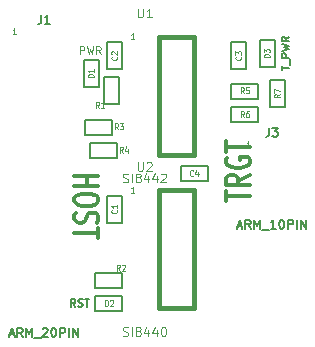
<source format=gto>
G04 (created by PCBNEW-RS274X (2012-01-19 BZR 3256)-stable) date 2/27/2013 5:01:56 PM*
G01*
G70*
G90*
%MOIN*%
G04 Gerber Fmt 3.4, Leading zero omitted, Abs format*
%FSLAX34Y34*%
G04 APERTURE LIST*
%ADD10C,0.006000*%
%ADD11C,0.006400*%
%ADD12C,0.012000*%
%ADD13C,0.004900*%
%ADD14C,0.015000*%
%ADD15C,0.005000*%
%ADD16C,0.004500*%
%ADD17C,0.007400*%
G04 APERTURE END LIST*
G54D10*
G54D11*
X49848Y-28447D02*
X49848Y-28300D01*
X50104Y-28373D02*
X49848Y-28373D01*
X50128Y-28276D02*
X50128Y-28081D01*
X50104Y-28020D02*
X49848Y-28020D01*
X49848Y-27923D01*
X49860Y-27898D01*
X49872Y-27886D01*
X49896Y-27874D01*
X49933Y-27874D01*
X49957Y-27886D01*
X49970Y-27898D01*
X49982Y-27923D01*
X49982Y-28020D01*
X49848Y-27788D02*
X50104Y-27727D01*
X49921Y-27679D01*
X50104Y-27630D01*
X49848Y-27569D01*
X50104Y-27325D02*
X49982Y-27410D01*
X50104Y-27471D02*
X49848Y-27471D01*
X49848Y-27374D01*
X49860Y-27349D01*
X49872Y-27337D01*
X49896Y-27325D01*
X49933Y-27325D01*
X49957Y-27337D01*
X49970Y-27349D01*
X49982Y-27374D01*
X49982Y-27471D01*
G54D12*
X47989Y-32811D02*
X47989Y-32468D01*
X48789Y-32639D02*
X47989Y-32639D01*
X48789Y-31925D02*
X48408Y-32125D01*
X48789Y-32268D02*
X47989Y-32268D01*
X47989Y-32040D01*
X48027Y-31982D01*
X48065Y-31954D01*
X48141Y-31925D01*
X48255Y-31925D01*
X48332Y-31954D01*
X48370Y-31982D01*
X48408Y-32040D01*
X48408Y-32268D01*
X48027Y-31354D02*
X47989Y-31411D01*
X47989Y-31497D01*
X48027Y-31582D01*
X48103Y-31640D01*
X48179Y-31668D01*
X48332Y-31697D01*
X48446Y-31697D01*
X48598Y-31668D01*
X48675Y-31640D01*
X48751Y-31582D01*
X48789Y-31497D01*
X48789Y-31440D01*
X48751Y-31354D01*
X48713Y-31325D01*
X48446Y-31325D01*
X48446Y-31440D01*
X47989Y-31154D02*
X47989Y-30811D01*
X48789Y-30982D02*
X47989Y-30982D01*
X42944Y-31953D02*
X43744Y-31953D01*
X43363Y-31953D02*
X43363Y-32296D01*
X42944Y-32296D02*
X43744Y-32296D01*
X43744Y-32696D02*
X43744Y-32810D01*
X43706Y-32868D01*
X43630Y-32925D01*
X43478Y-32953D01*
X43211Y-32953D01*
X43058Y-32925D01*
X42982Y-32868D01*
X42944Y-32810D01*
X42944Y-32696D01*
X42982Y-32639D01*
X43058Y-32582D01*
X43211Y-32553D01*
X43478Y-32553D01*
X43630Y-32582D01*
X43706Y-32639D01*
X43744Y-32696D01*
X42982Y-33182D02*
X42944Y-33268D01*
X42944Y-33411D01*
X42982Y-33468D01*
X43020Y-33497D01*
X43097Y-33525D01*
X43173Y-33525D01*
X43249Y-33497D01*
X43287Y-33468D01*
X43325Y-33411D01*
X43363Y-33297D01*
X43401Y-33239D01*
X43439Y-33211D01*
X43516Y-33182D01*
X43592Y-33182D01*
X43668Y-33211D01*
X43706Y-33239D01*
X43744Y-33297D01*
X43744Y-33439D01*
X43706Y-33525D01*
X43744Y-33696D02*
X43744Y-34039D01*
X42944Y-33868D02*
X43744Y-33868D01*
G54D11*
X42970Y-36324D02*
X42885Y-36202D01*
X42824Y-36324D02*
X42824Y-36068D01*
X42921Y-36068D01*
X42946Y-36080D01*
X42958Y-36092D01*
X42970Y-36116D01*
X42970Y-36153D01*
X42958Y-36177D01*
X42946Y-36190D01*
X42921Y-36202D01*
X42824Y-36202D01*
X43068Y-36311D02*
X43104Y-36324D01*
X43165Y-36324D01*
X43190Y-36311D01*
X43202Y-36299D01*
X43214Y-36275D01*
X43214Y-36250D01*
X43202Y-36226D01*
X43190Y-36214D01*
X43165Y-36202D01*
X43117Y-36190D01*
X43092Y-36177D01*
X43080Y-36165D01*
X43068Y-36141D01*
X43068Y-36116D01*
X43080Y-36092D01*
X43092Y-36080D01*
X43117Y-36068D01*
X43177Y-36068D01*
X43214Y-36080D01*
X43287Y-36068D02*
X43434Y-36068D01*
X43361Y-36324D02*
X43361Y-36068D01*
G54D13*
X43124Y-27899D02*
X43124Y-27643D01*
X43221Y-27643D01*
X43246Y-27655D01*
X43258Y-27667D01*
X43270Y-27691D01*
X43270Y-27728D01*
X43258Y-27752D01*
X43246Y-27765D01*
X43221Y-27777D01*
X43124Y-27777D01*
X43356Y-27643D02*
X43417Y-27899D01*
X43465Y-27716D01*
X43514Y-27899D01*
X43575Y-27643D01*
X43819Y-27899D02*
X43734Y-27777D01*
X43673Y-27899D02*
X43673Y-27643D01*
X43770Y-27643D01*
X43795Y-27655D01*
X43807Y-27667D01*
X43819Y-27691D01*
X43819Y-27728D01*
X43807Y-27752D01*
X43795Y-27765D01*
X43770Y-27777D01*
X43673Y-27777D01*
G54D14*
X45748Y-32441D02*
X46930Y-32441D01*
X46930Y-32441D02*
X46930Y-36378D01*
X46930Y-36378D02*
X45748Y-36378D01*
X45748Y-36378D02*
X45748Y-32441D01*
X45748Y-27323D02*
X46930Y-27323D01*
X46930Y-27323D02*
X46930Y-31260D01*
X46930Y-31260D02*
X45748Y-31260D01*
X45748Y-31260D02*
X45748Y-27323D01*
G54D15*
X43943Y-29564D02*
X43943Y-28664D01*
X43943Y-28664D02*
X44443Y-28664D01*
X44443Y-28664D02*
X44443Y-29564D01*
X44443Y-29564D02*
X43943Y-29564D01*
X44544Y-35683D02*
X43644Y-35683D01*
X43644Y-35683D02*
X43644Y-35183D01*
X43644Y-35183D02*
X44544Y-35183D01*
X44544Y-35183D02*
X44544Y-35683D01*
X44190Y-30585D02*
X43290Y-30585D01*
X43290Y-30585D02*
X43290Y-30085D01*
X43290Y-30085D02*
X44190Y-30085D01*
X44190Y-30085D02*
X44190Y-30585D01*
X44348Y-31353D02*
X43448Y-31353D01*
X43448Y-31353D02*
X43448Y-30853D01*
X43448Y-30853D02*
X44348Y-30853D01*
X44348Y-30853D02*
X44348Y-31353D01*
X49072Y-29384D02*
X48172Y-29384D01*
X48172Y-29384D02*
X48172Y-28884D01*
X48172Y-28884D02*
X49072Y-28884D01*
X49072Y-28884D02*
X49072Y-29384D01*
X49072Y-30171D02*
X48172Y-30171D01*
X48172Y-30171D02*
X48172Y-29671D01*
X48172Y-29671D02*
X49072Y-29671D01*
X49072Y-29671D02*
X49072Y-30171D01*
X49974Y-28763D02*
X49974Y-29663D01*
X49974Y-29663D02*
X49474Y-29663D01*
X49474Y-29663D02*
X49474Y-28763D01*
X49474Y-28763D02*
X49974Y-28763D01*
X44541Y-32621D02*
X44541Y-33521D01*
X44541Y-33521D02*
X44041Y-33521D01*
X44041Y-33521D02*
X44041Y-32621D01*
X44041Y-32621D02*
X44541Y-32621D01*
X44541Y-27503D02*
X44541Y-28403D01*
X44541Y-28403D02*
X44041Y-28403D01*
X44041Y-28403D02*
X44041Y-27503D01*
X44041Y-27503D02*
X44541Y-27503D01*
X48675Y-27503D02*
X48675Y-28403D01*
X48675Y-28403D02*
X48175Y-28403D01*
X48175Y-28403D02*
X48175Y-27503D01*
X48175Y-27503D02*
X48675Y-27503D01*
X46479Y-31640D02*
X47379Y-31640D01*
X47379Y-31640D02*
X47379Y-32140D01*
X47379Y-32140D02*
X46479Y-32140D01*
X46479Y-32140D02*
X46479Y-31640D01*
X43754Y-28093D02*
X43754Y-28993D01*
X43754Y-28993D02*
X43254Y-28993D01*
X43254Y-28993D02*
X43254Y-28093D01*
X43254Y-28093D02*
X43754Y-28093D01*
X43644Y-35970D02*
X44544Y-35970D01*
X44544Y-35970D02*
X44544Y-36470D01*
X44544Y-36470D02*
X43644Y-36470D01*
X43644Y-36470D02*
X43644Y-35970D01*
X49620Y-27424D02*
X49620Y-28324D01*
X49620Y-28324D02*
X49120Y-28324D01*
X49120Y-28324D02*
X49120Y-27424D01*
X49120Y-27424D02*
X49620Y-27424D01*
G54D13*
X45051Y-31501D02*
X45051Y-31740D01*
X45065Y-31768D01*
X45079Y-31782D01*
X45107Y-31796D01*
X45164Y-31796D01*
X45192Y-31782D01*
X45206Y-31768D01*
X45220Y-31740D01*
X45220Y-31501D01*
X45346Y-31529D02*
X45360Y-31515D01*
X45388Y-31501D01*
X45459Y-31501D01*
X45487Y-31515D01*
X45501Y-31529D01*
X45515Y-31557D01*
X45515Y-31585D01*
X45501Y-31627D01*
X45332Y-31796D01*
X45515Y-31796D01*
X44560Y-37282D02*
X44602Y-37296D01*
X44673Y-37296D01*
X44701Y-37282D01*
X44715Y-37268D01*
X44729Y-37240D01*
X44729Y-37212D01*
X44715Y-37184D01*
X44701Y-37169D01*
X44673Y-37155D01*
X44616Y-37141D01*
X44588Y-37127D01*
X44574Y-37113D01*
X44560Y-37085D01*
X44560Y-37057D01*
X44574Y-37029D01*
X44588Y-37015D01*
X44616Y-37001D01*
X44687Y-37001D01*
X44729Y-37015D01*
X44855Y-37296D02*
X44855Y-37001D01*
X45037Y-37127D02*
X45009Y-37113D01*
X44995Y-37099D01*
X44981Y-37071D01*
X44981Y-37057D01*
X44995Y-37029D01*
X45009Y-37015D01*
X45037Y-37001D01*
X45094Y-37001D01*
X45122Y-37015D01*
X45136Y-37029D01*
X45150Y-37057D01*
X45150Y-37071D01*
X45136Y-37099D01*
X45122Y-37113D01*
X45094Y-37127D01*
X45037Y-37127D01*
X45009Y-37141D01*
X44995Y-37155D01*
X44981Y-37184D01*
X44981Y-37240D01*
X44995Y-37268D01*
X45009Y-37282D01*
X45037Y-37296D01*
X45094Y-37296D01*
X45122Y-37282D01*
X45136Y-37268D01*
X45150Y-37240D01*
X45150Y-37184D01*
X45136Y-37155D01*
X45122Y-37141D01*
X45094Y-37127D01*
X45403Y-37099D02*
X45403Y-37296D01*
X45332Y-36987D02*
X45262Y-37198D01*
X45445Y-37198D01*
X45684Y-37099D02*
X45684Y-37296D01*
X45613Y-36987D02*
X45543Y-37198D01*
X45726Y-37198D01*
X45894Y-37001D02*
X45923Y-37001D01*
X45951Y-37015D01*
X45965Y-37029D01*
X45979Y-37057D01*
X45993Y-37113D01*
X45993Y-37184D01*
X45979Y-37240D01*
X45965Y-37268D01*
X45951Y-37282D01*
X45923Y-37296D01*
X45894Y-37296D01*
X45866Y-37282D01*
X45852Y-37268D01*
X45838Y-37240D01*
X45824Y-37184D01*
X45824Y-37113D01*
X45838Y-37057D01*
X45852Y-37029D01*
X45866Y-37015D01*
X45894Y-37001D01*
X44938Y-32520D02*
X44826Y-32520D01*
X44882Y-32520D02*
X44882Y-32323D01*
X44863Y-32351D01*
X44844Y-32370D01*
X44826Y-32380D01*
X45051Y-26383D02*
X45051Y-26622D01*
X45065Y-26650D01*
X45079Y-26664D01*
X45107Y-26678D01*
X45164Y-26678D01*
X45192Y-26664D01*
X45206Y-26650D01*
X45220Y-26622D01*
X45220Y-26383D01*
X45515Y-26678D02*
X45346Y-26678D01*
X45430Y-26678D02*
X45430Y-26383D01*
X45402Y-26425D01*
X45374Y-26453D01*
X45346Y-26467D01*
X44560Y-32164D02*
X44602Y-32178D01*
X44673Y-32178D01*
X44701Y-32164D01*
X44715Y-32150D01*
X44729Y-32122D01*
X44729Y-32094D01*
X44715Y-32066D01*
X44701Y-32051D01*
X44673Y-32037D01*
X44616Y-32023D01*
X44588Y-32009D01*
X44574Y-31995D01*
X44560Y-31967D01*
X44560Y-31939D01*
X44574Y-31911D01*
X44588Y-31897D01*
X44616Y-31883D01*
X44687Y-31883D01*
X44729Y-31897D01*
X44855Y-32178D02*
X44855Y-31883D01*
X45037Y-32009D02*
X45009Y-31995D01*
X44995Y-31981D01*
X44981Y-31953D01*
X44981Y-31939D01*
X44995Y-31911D01*
X45009Y-31897D01*
X45037Y-31883D01*
X45094Y-31883D01*
X45122Y-31897D01*
X45136Y-31911D01*
X45150Y-31939D01*
X45150Y-31953D01*
X45136Y-31981D01*
X45122Y-31995D01*
X45094Y-32009D01*
X45037Y-32009D01*
X45009Y-32023D01*
X44995Y-32037D01*
X44981Y-32066D01*
X44981Y-32122D01*
X44995Y-32150D01*
X45009Y-32164D01*
X45037Y-32178D01*
X45094Y-32178D01*
X45122Y-32164D01*
X45136Y-32150D01*
X45150Y-32122D01*
X45150Y-32066D01*
X45136Y-32037D01*
X45122Y-32023D01*
X45094Y-32009D01*
X45403Y-31981D02*
X45403Y-32178D01*
X45332Y-31869D02*
X45262Y-32080D01*
X45445Y-32080D01*
X45684Y-31981D02*
X45684Y-32178D01*
X45613Y-31869D02*
X45543Y-32080D01*
X45726Y-32080D01*
X45824Y-31911D02*
X45838Y-31897D01*
X45866Y-31883D01*
X45937Y-31883D01*
X45965Y-31897D01*
X45979Y-31911D01*
X45993Y-31939D01*
X45993Y-31967D01*
X45979Y-32009D01*
X45810Y-32178D01*
X45993Y-32178D01*
X44938Y-27402D02*
X44826Y-27402D01*
X44882Y-27402D02*
X44882Y-27205D01*
X44863Y-27233D01*
X44844Y-27252D01*
X44826Y-27262D01*
G54D16*
X43771Y-29687D02*
X43711Y-29592D01*
X43668Y-29687D02*
X43668Y-29487D01*
X43736Y-29487D01*
X43754Y-29496D01*
X43762Y-29506D01*
X43771Y-29525D01*
X43771Y-29554D01*
X43762Y-29573D01*
X43754Y-29582D01*
X43736Y-29592D01*
X43668Y-29592D01*
X43942Y-29687D02*
X43839Y-29687D01*
X43891Y-29687D02*
X43891Y-29487D01*
X43874Y-29516D01*
X43856Y-29535D01*
X43839Y-29544D01*
X44459Y-35120D02*
X44399Y-35025D01*
X44356Y-35120D02*
X44356Y-34920D01*
X44424Y-34920D01*
X44442Y-34929D01*
X44450Y-34939D01*
X44459Y-34958D01*
X44459Y-34987D01*
X44450Y-35006D01*
X44442Y-35015D01*
X44424Y-35025D01*
X44356Y-35025D01*
X44527Y-34939D02*
X44536Y-34929D01*
X44553Y-34920D01*
X44596Y-34920D01*
X44613Y-34929D01*
X44622Y-34939D01*
X44630Y-34958D01*
X44630Y-34977D01*
X44622Y-35006D01*
X44519Y-35120D01*
X44630Y-35120D01*
X44400Y-30415D02*
X44340Y-30320D01*
X44297Y-30415D02*
X44297Y-30215D01*
X44365Y-30215D01*
X44383Y-30224D01*
X44391Y-30234D01*
X44400Y-30253D01*
X44400Y-30282D01*
X44391Y-30301D01*
X44383Y-30310D01*
X44365Y-30320D01*
X44297Y-30320D01*
X44460Y-30215D02*
X44571Y-30215D01*
X44511Y-30291D01*
X44537Y-30291D01*
X44554Y-30301D01*
X44563Y-30310D01*
X44571Y-30329D01*
X44571Y-30377D01*
X44563Y-30396D01*
X44554Y-30405D01*
X44537Y-30415D01*
X44485Y-30415D01*
X44468Y-30405D01*
X44460Y-30396D01*
X44558Y-31183D02*
X44498Y-31088D01*
X44455Y-31183D02*
X44455Y-30983D01*
X44523Y-30983D01*
X44541Y-30992D01*
X44549Y-31002D01*
X44558Y-31021D01*
X44558Y-31050D01*
X44549Y-31069D01*
X44541Y-31078D01*
X44523Y-31088D01*
X44455Y-31088D01*
X44712Y-31050D02*
X44712Y-31183D01*
X44669Y-30973D02*
X44626Y-31116D01*
X44738Y-31116D01*
X48593Y-29215D02*
X48533Y-29120D01*
X48490Y-29215D02*
X48490Y-29015D01*
X48558Y-29015D01*
X48576Y-29024D01*
X48584Y-29034D01*
X48593Y-29053D01*
X48593Y-29082D01*
X48584Y-29101D01*
X48576Y-29110D01*
X48558Y-29120D01*
X48490Y-29120D01*
X48756Y-29015D02*
X48670Y-29015D01*
X48661Y-29110D01*
X48670Y-29101D01*
X48687Y-29091D01*
X48730Y-29091D01*
X48747Y-29101D01*
X48756Y-29110D01*
X48764Y-29129D01*
X48764Y-29177D01*
X48756Y-29196D01*
X48747Y-29205D01*
X48730Y-29215D01*
X48687Y-29215D01*
X48670Y-29205D01*
X48661Y-29196D01*
X48593Y-30002D02*
X48533Y-29907D01*
X48490Y-30002D02*
X48490Y-29802D01*
X48558Y-29802D01*
X48576Y-29811D01*
X48584Y-29821D01*
X48593Y-29840D01*
X48593Y-29869D01*
X48584Y-29888D01*
X48576Y-29897D01*
X48558Y-29907D01*
X48490Y-29907D01*
X48747Y-29802D02*
X48713Y-29802D01*
X48696Y-29811D01*
X48687Y-29821D01*
X48670Y-29850D01*
X48661Y-29888D01*
X48661Y-29964D01*
X48670Y-29983D01*
X48678Y-29992D01*
X48696Y-30002D01*
X48730Y-30002D01*
X48747Y-29992D01*
X48756Y-29983D01*
X48764Y-29964D01*
X48764Y-29916D01*
X48756Y-29897D01*
X48747Y-29888D01*
X48730Y-29878D01*
X48696Y-29878D01*
X48678Y-29888D01*
X48670Y-29897D01*
X48661Y-29916D01*
X49805Y-29242D02*
X49710Y-29302D01*
X49805Y-29345D02*
X49605Y-29345D01*
X49605Y-29277D01*
X49614Y-29259D01*
X49624Y-29251D01*
X49643Y-29242D01*
X49672Y-29242D01*
X49691Y-29251D01*
X49700Y-29259D01*
X49710Y-29277D01*
X49710Y-29345D01*
X49605Y-29182D02*
X49605Y-29062D01*
X49805Y-29139D01*
G54D17*
X41831Y-26596D02*
X41831Y-26807D01*
X41816Y-26849D01*
X41788Y-26877D01*
X41746Y-26891D01*
X41718Y-26891D01*
X42126Y-26891D02*
X41957Y-26891D01*
X42041Y-26891D02*
X42041Y-26596D01*
X42013Y-26638D01*
X41985Y-26666D01*
X41957Y-26680D01*
X40777Y-37240D02*
X40918Y-37240D01*
X40749Y-37324D02*
X40847Y-37029D01*
X40946Y-37324D01*
X41213Y-37324D02*
X41114Y-37183D01*
X41044Y-37324D02*
X41044Y-37029D01*
X41157Y-37029D01*
X41185Y-37043D01*
X41199Y-37057D01*
X41213Y-37085D01*
X41213Y-37127D01*
X41199Y-37155D01*
X41185Y-37169D01*
X41157Y-37183D01*
X41044Y-37183D01*
X41339Y-37324D02*
X41339Y-37029D01*
X41438Y-37240D01*
X41536Y-37029D01*
X41536Y-37324D01*
X41606Y-37352D02*
X41831Y-37352D01*
X41887Y-37057D02*
X41901Y-37043D01*
X41929Y-37029D01*
X42000Y-37029D01*
X42028Y-37043D01*
X42042Y-37057D01*
X42056Y-37085D01*
X42056Y-37113D01*
X42042Y-37155D01*
X41873Y-37324D01*
X42056Y-37324D01*
X42238Y-37029D02*
X42267Y-37029D01*
X42295Y-37043D01*
X42309Y-37057D01*
X42323Y-37085D01*
X42337Y-37141D01*
X42337Y-37212D01*
X42323Y-37268D01*
X42309Y-37296D01*
X42295Y-37310D01*
X42267Y-37324D01*
X42238Y-37324D01*
X42210Y-37310D01*
X42196Y-37296D01*
X42182Y-37268D01*
X42168Y-37212D01*
X42168Y-37141D01*
X42182Y-37085D01*
X42196Y-37057D01*
X42210Y-37043D01*
X42238Y-37029D01*
X42463Y-37324D02*
X42463Y-37029D01*
X42576Y-37029D01*
X42604Y-37043D01*
X42618Y-37057D01*
X42632Y-37085D01*
X42632Y-37127D01*
X42618Y-37155D01*
X42604Y-37169D01*
X42576Y-37183D01*
X42463Y-37183D01*
X42758Y-37324D02*
X42758Y-37029D01*
X42898Y-37324D02*
X42898Y-37029D01*
X43067Y-37324D01*
X43067Y-37029D01*
G54D13*
X41001Y-27245D02*
X40889Y-27245D01*
X40945Y-27245D02*
X40945Y-27048D01*
X40926Y-27076D01*
X40907Y-27095D01*
X40889Y-27105D01*
G54D17*
X49430Y-30356D02*
X49430Y-30567D01*
X49415Y-30609D01*
X49387Y-30637D01*
X49345Y-30651D01*
X49317Y-30651D01*
X49542Y-30356D02*
X49725Y-30356D01*
X49626Y-30468D01*
X49669Y-30468D01*
X49697Y-30482D01*
X49711Y-30496D01*
X49725Y-30524D01*
X49725Y-30595D01*
X49711Y-30623D01*
X49697Y-30637D01*
X49669Y-30651D01*
X49584Y-30651D01*
X49556Y-30637D01*
X49542Y-30623D01*
X48376Y-33638D02*
X48517Y-33638D01*
X48348Y-33722D02*
X48446Y-33427D01*
X48545Y-33722D01*
X48812Y-33722D02*
X48713Y-33581D01*
X48643Y-33722D02*
X48643Y-33427D01*
X48756Y-33427D01*
X48784Y-33441D01*
X48798Y-33455D01*
X48812Y-33483D01*
X48812Y-33525D01*
X48798Y-33553D01*
X48784Y-33567D01*
X48756Y-33581D01*
X48643Y-33581D01*
X48938Y-33722D02*
X48938Y-33427D01*
X49037Y-33638D01*
X49135Y-33427D01*
X49135Y-33722D01*
X49205Y-33750D02*
X49430Y-33750D01*
X49655Y-33722D02*
X49486Y-33722D01*
X49570Y-33722D02*
X49570Y-33427D01*
X49542Y-33469D01*
X49514Y-33497D01*
X49486Y-33511D01*
X49837Y-33427D02*
X49866Y-33427D01*
X49894Y-33441D01*
X49908Y-33455D01*
X49922Y-33483D01*
X49936Y-33539D01*
X49936Y-33610D01*
X49922Y-33666D01*
X49908Y-33694D01*
X49894Y-33708D01*
X49866Y-33722D01*
X49837Y-33722D01*
X49809Y-33708D01*
X49795Y-33694D01*
X49781Y-33666D01*
X49767Y-33610D01*
X49767Y-33539D01*
X49781Y-33483D01*
X49795Y-33455D01*
X49809Y-33441D01*
X49837Y-33427D01*
X50062Y-33722D02*
X50062Y-33427D01*
X50175Y-33427D01*
X50203Y-33441D01*
X50217Y-33455D01*
X50231Y-33483D01*
X50231Y-33525D01*
X50217Y-33553D01*
X50203Y-33567D01*
X50175Y-33581D01*
X50062Y-33581D01*
X50357Y-33722D02*
X50357Y-33427D01*
X50497Y-33722D02*
X50497Y-33427D01*
X50666Y-33722D01*
X50666Y-33427D01*
G54D13*
X48797Y-31005D02*
X48685Y-31005D01*
X48741Y-31005D02*
X48741Y-30808D01*
X48722Y-30836D01*
X48703Y-30855D01*
X48685Y-30865D01*
G54D16*
X44353Y-33100D02*
X44362Y-33109D01*
X44372Y-33135D01*
X44372Y-33152D01*
X44362Y-33177D01*
X44343Y-33195D01*
X44324Y-33203D01*
X44286Y-33212D01*
X44258Y-33212D01*
X44220Y-33203D01*
X44201Y-33195D01*
X44181Y-33177D01*
X44172Y-33152D01*
X44172Y-33135D01*
X44181Y-33109D01*
X44191Y-33100D01*
X44372Y-32929D02*
X44372Y-33032D01*
X44372Y-32980D02*
X44172Y-32980D01*
X44201Y-32997D01*
X44220Y-33015D01*
X44229Y-33032D01*
X44353Y-27982D02*
X44362Y-27991D01*
X44372Y-28017D01*
X44372Y-28034D01*
X44362Y-28059D01*
X44343Y-28077D01*
X44324Y-28085D01*
X44286Y-28094D01*
X44258Y-28094D01*
X44220Y-28085D01*
X44201Y-28077D01*
X44181Y-28059D01*
X44172Y-28034D01*
X44172Y-28017D01*
X44181Y-27991D01*
X44191Y-27982D01*
X44191Y-27914D02*
X44181Y-27905D01*
X44172Y-27888D01*
X44172Y-27845D01*
X44181Y-27828D01*
X44191Y-27819D01*
X44210Y-27811D01*
X44229Y-27811D01*
X44258Y-27819D01*
X44372Y-27922D01*
X44372Y-27811D01*
X48487Y-27982D02*
X48496Y-27991D01*
X48506Y-28017D01*
X48506Y-28034D01*
X48496Y-28059D01*
X48477Y-28077D01*
X48458Y-28085D01*
X48420Y-28094D01*
X48392Y-28094D01*
X48354Y-28085D01*
X48335Y-28077D01*
X48315Y-28059D01*
X48306Y-28034D01*
X48306Y-28017D01*
X48315Y-27991D01*
X48325Y-27982D01*
X48306Y-27922D02*
X48306Y-27811D01*
X48382Y-27871D01*
X48382Y-27845D01*
X48392Y-27828D01*
X48401Y-27819D01*
X48420Y-27811D01*
X48468Y-27811D01*
X48487Y-27819D01*
X48496Y-27828D01*
X48506Y-27845D01*
X48506Y-27897D01*
X48496Y-27914D01*
X48487Y-27922D01*
X46900Y-31952D02*
X46891Y-31961D01*
X46865Y-31971D01*
X46848Y-31971D01*
X46823Y-31961D01*
X46805Y-31942D01*
X46797Y-31923D01*
X46788Y-31885D01*
X46788Y-31857D01*
X46797Y-31819D01*
X46805Y-31800D01*
X46823Y-31780D01*
X46848Y-31771D01*
X46865Y-31771D01*
X46891Y-31780D01*
X46900Y-31790D01*
X47054Y-31838D02*
X47054Y-31971D01*
X47011Y-31761D02*
X46968Y-31904D01*
X47080Y-31904D01*
X43585Y-28675D02*
X43385Y-28675D01*
X43385Y-28632D01*
X43394Y-28607D01*
X43414Y-28589D01*
X43433Y-28581D01*
X43471Y-28572D01*
X43499Y-28572D01*
X43537Y-28581D01*
X43556Y-28589D01*
X43575Y-28607D01*
X43585Y-28632D01*
X43585Y-28675D01*
X43585Y-28401D02*
X43585Y-28504D01*
X43585Y-28452D02*
X43385Y-28452D01*
X43414Y-28469D01*
X43433Y-28487D01*
X43442Y-28504D01*
X43962Y-36301D02*
X43962Y-36101D01*
X44005Y-36101D01*
X44030Y-36110D01*
X44048Y-36130D01*
X44056Y-36149D01*
X44065Y-36187D01*
X44065Y-36215D01*
X44056Y-36253D01*
X44048Y-36272D01*
X44030Y-36291D01*
X44005Y-36301D01*
X43962Y-36301D01*
X44133Y-36120D02*
X44142Y-36110D01*
X44159Y-36101D01*
X44202Y-36101D01*
X44219Y-36110D01*
X44228Y-36120D01*
X44236Y-36139D01*
X44236Y-36158D01*
X44228Y-36187D01*
X44125Y-36301D01*
X44236Y-36301D01*
X49451Y-28006D02*
X49251Y-28006D01*
X49251Y-27963D01*
X49260Y-27938D01*
X49280Y-27920D01*
X49299Y-27912D01*
X49337Y-27903D01*
X49365Y-27903D01*
X49403Y-27912D01*
X49422Y-27920D01*
X49441Y-27938D01*
X49451Y-27963D01*
X49451Y-28006D01*
X49251Y-27843D02*
X49251Y-27732D01*
X49327Y-27792D01*
X49327Y-27766D01*
X49337Y-27749D01*
X49346Y-27740D01*
X49365Y-27732D01*
X49413Y-27732D01*
X49432Y-27740D01*
X49441Y-27749D01*
X49451Y-27766D01*
X49451Y-27818D01*
X49441Y-27835D01*
X49432Y-27843D01*
M02*

</source>
